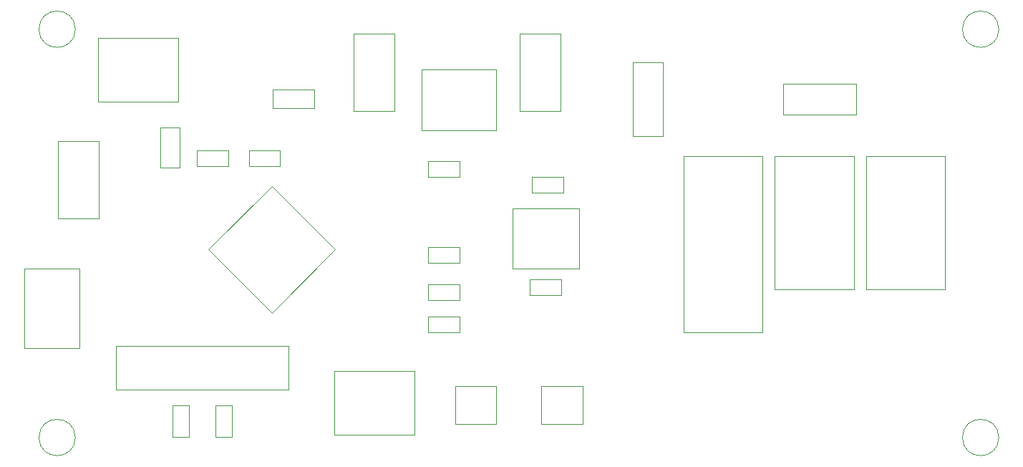
<source format=gbr>
%TF.GenerationSoftware,KiCad,Pcbnew,5.1.5-1.fc31*%
%TF.CreationDate,2020-04-02T16:35:23+02:00*%
%TF.ProjectId,avrisp-mkII-clone,61767269-7370-42d6-9d6b-49492d636c6f,1.0*%
%TF.SameCoordinates,PX54c81a0PY82ce540*%
%TF.FileFunction,Other,User*%
%FSLAX46Y46*%
G04 Gerber Fmt 4.6, Leading zero omitted, Abs format (unit mm)*
G04 Created by KiCad (PCBNEW 5.1.5-1.fc31) date 2020-04-02 16:35:23*
%MOMM*%
%LPD*%
G04 APERTURE LIST*
%ADD10C,0.050000*%
G04 APERTURE END LIST*
D10*
%TO.C,M4*%
X4690000Y2540000D02*
G75*
G03X4690000Y2540000I-2150000J0D01*
G01*
%TO.C,M3*%
X113910000Y2540000D02*
G75*
G03X113910000Y2540000I-2150000J0D01*
G01*
%TO.C,M2*%
X113910000Y50800000D02*
G75*
G03X113910000Y50800000I-2150000J0D01*
G01*
%TO.C,M1*%
X4690000Y50800000D02*
G75*
G03X4690000Y50800000I-2150000J0D01*
G01*
%TO.C,SW1*%
X16640000Y42260000D02*
X16890000Y42260000D01*
X16890000Y42260000D02*
X16890000Y42510000D01*
X16640000Y49760000D02*
X16890000Y49760000D01*
X16890000Y49760000D02*
X16890000Y49510000D01*
X7390000Y49510000D02*
X7390000Y49760000D01*
X7390000Y49760000D02*
X7640000Y49760000D01*
X7390000Y42510000D02*
X7390000Y42260000D01*
X7390000Y42260000D02*
X7640000Y42260000D01*
X7640000Y49760000D02*
X16640000Y49760000D01*
X7390000Y42510000D02*
X7390000Y49510000D01*
X16640000Y42260000D02*
X7640000Y42260000D01*
X16890000Y49510000D02*
X16890000Y42510000D01*
%TO.C,D1*%
X14725000Y34480000D02*
X14725000Y39180000D01*
X14725000Y39180000D02*
X17025000Y39180000D01*
X17025000Y39180000D02*
X17025000Y34480000D01*
X14725000Y34480000D02*
X17025000Y34480000D01*
%TO.C,C9*%
X42405000Y50300000D02*
X42405000Y41140000D01*
X37605000Y50300000D02*
X42405000Y50300000D01*
X37605000Y41140000D02*
X37605000Y50300000D01*
X42405000Y41140000D02*
X37605000Y41140000D01*
%TO.C,C8*%
X62090000Y50300000D02*
X62090000Y41140000D01*
X57290000Y50300000D02*
X62090000Y50300000D01*
X57290000Y41140000D02*
X57290000Y50300000D01*
X62090000Y41140000D02*
X57290000Y41140000D01*
%TO.C,C6*%
X2680000Y28440000D02*
X2680000Y37600000D01*
X7480000Y28440000D02*
X2680000Y28440000D01*
X7480000Y37600000D02*
X7480000Y28440000D01*
X2680000Y37600000D02*
X7480000Y37600000D01*
%TO.C,J3*%
X98190000Y35830000D02*
X107550000Y35830000D01*
X98190000Y20050000D02*
X98190000Y35830000D01*
X107550000Y20050000D02*
X98190000Y20050000D01*
X107550000Y35830000D02*
X107550000Y20050000D01*
%TO.C,J2*%
X87395000Y35830000D02*
X96755000Y35830000D01*
X87395000Y20050000D02*
X87395000Y35830000D01*
X96755000Y20050000D02*
X87395000Y20050000D01*
X96755000Y35830000D02*
X96755000Y20050000D01*
%TO.C,C2*%
X16195000Y6295000D02*
X18095000Y6295000D01*
X18095000Y6295000D02*
X18095000Y2595000D01*
X18095000Y2595000D02*
X16195000Y2595000D01*
X16195000Y2595000D02*
X16195000Y6295000D01*
%TO.C,C3*%
X21275000Y6295000D02*
X23175000Y6295000D01*
X23175000Y6295000D02*
X23175000Y2595000D01*
X23175000Y2595000D02*
X21275000Y2595000D01*
X21275000Y2595000D02*
X21275000Y6295000D01*
%TO.C,C4*%
X19105000Y36510000D02*
X22805000Y36510000D01*
X19105000Y34610000D02*
X19105000Y36510000D01*
X22805000Y34610000D02*
X19105000Y34610000D01*
X22805000Y36510000D02*
X22805000Y34610000D01*
%TO.C,C5*%
X28910000Y36510000D02*
X28910000Y34610000D01*
X28910000Y34610000D02*
X25210000Y34610000D01*
X25210000Y34610000D02*
X25210000Y36510000D01*
X25210000Y36510000D02*
X28910000Y36510000D01*
%TO.C,C7*%
X58475000Y21270000D02*
X62175000Y21270000D01*
X58475000Y19370000D02*
X58475000Y21270000D01*
X62175000Y19370000D02*
X58475000Y19370000D01*
X62175000Y21270000D02*
X62175000Y19370000D01*
%TO.C,C10*%
X58720000Y31435000D02*
X58720000Y33335000D01*
X58720000Y33335000D02*
X62420000Y33335000D01*
X62420000Y33335000D02*
X62420000Y31435000D01*
X62420000Y31435000D02*
X58720000Y31435000D01*
%TO.C,D2*%
X59810000Y8600000D02*
X59810000Y4100000D01*
X59810000Y4100000D02*
X64660000Y4100000D01*
X64660000Y4100000D02*
X64660000Y8600000D01*
X64660000Y8600000D02*
X59810000Y8600000D01*
%TO.C,D3*%
X49640000Y4100000D02*
X54490000Y4100000D01*
X49640000Y8600000D02*
X49640000Y4100000D01*
X54490000Y8600000D02*
X49640000Y8600000D01*
X54490000Y4100000D02*
X54490000Y8600000D01*
%TO.C,FB1*%
X32930000Y43665000D02*
X32930000Y41425000D01*
X32930000Y41425000D02*
X28030000Y41425000D01*
X28030000Y41425000D02*
X28030000Y43665000D01*
X28030000Y43665000D02*
X32930000Y43665000D01*
%TO.C,J1*%
X-1310000Y13080000D02*
X-1310000Y22480000D01*
X5190000Y13080000D02*
X-1310000Y13080000D01*
X5190000Y22480000D02*
X5190000Y13080000D01*
X-1310000Y22480000D02*
X5190000Y22480000D01*
%TO.C,JP1*%
X74190000Y38205000D02*
X74190000Y46855000D01*
X74190000Y46855000D02*
X70590000Y46855000D01*
X70590000Y46855000D02*
X70590000Y38205000D01*
X70590000Y38205000D02*
X74190000Y38205000D01*
%TO.C,JP2*%
X88370000Y44345000D02*
X88370000Y40745000D01*
X97020000Y44345000D02*
X88370000Y44345000D01*
X97020000Y40745000D02*
X97020000Y44345000D01*
X88370000Y40745000D02*
X97020000Y40745000D01*
%TO.C,R2*%
X46410000Y23180000D02*
X46410000Y25080000D01*
X46410000Y25080000D02*
X50110000Y25080000D01*
X50110000Y25080000D02*
X50110000Y23180000D01*
X50110000Y23180000D02*
X46410000Y23180000D01*
%TO.C,R5*%
X46410000Y33340000D02*
X46410000Y35240000D01*
X46410000Y35240000D02*
X50110000Y35240000D01*
X50110000Y35240000D02*
X50110000Y33340000D01*
X50110000Y33340000D02*
X46410000Y33340000D01*
%TO.C,R6*%
X46410000Y16825000D02*
X50110000Y16825000D01*
X46410000Y14925000D02*
X46410000Y16825000D01*
X50110000Y14925000D02*
X46410000Y14925000D01*
X50110000Y16825000D02*
X50110000Y14925000D01*
%TO.C,R7*%
X46410000Y20635000D02*
X50110000Y20635000D01*
X46410000Y18735000D02*
X46410000Y20635000D01*
X50110000Y18735000D02*
X46410000Y18735000D01*
X50110000Y20635000D02*
X50110000Y18735000D01*
%TO.C,SW2*%
X44830000Y10140000D02*
X44830000Y3140000D01*
X44580000Y2890000D02*
X35580000Y2890000D01*
X35330000Y3140000D02*
X35330000Y10140000D01*
X35580000Y10390000D02*
X44580000Y10390000D01*
X35330000Y2890000D02*
X35580000Y2890000D01*
X35330000Y3140000D02*
X35330000Y2890000D01*
X35330000Y10390000D02*
X35580000Y10390000D01*
X35330000Y10140000D02*
X35330000Y10390000D01*
X44830000Y10390000D02*
X44830000Y10140000D01*
X44580000Y10390000D02*
X44830000Y10390000D01*
X44830000Y2890000D02*
X44830000Y3140000D01*
X44580000Y2890000D02*
X44830000Y2890000D01*
%TO.C,U1*%
X20444668Y24765000D02*
X27940000Y17269668D01*
X27940000Y32260332D02*
X35435332Y24765000D01*
X20444668Y24765000D02*
X27940000Y32260332D01*
X27940000Y17269668D02*
X35435332Y24765000D01*
%TO.C,U2*%
X54438000Y46018000D02*
X45638000Y46018000D01*
X54438000Y38818000D02*
X54438000Y46018000D01*
X45638000Y38818000D02*
X54438000Y38818000D01*
X45638000Y46018000D02*
X45638000Y38818000D01*
%TO.C,U3*%
X64275000Y22485000D02*
X64275000Y29585000D01*
X56375000Y22485000D02*
X56375000Y29585000D01*
X64275000Y22485000D02*
X56375000Y22485000D01*
X64275000Y29585000D02*
X56375000Y29585000D01*
%TO.C,U4*%
X85960000Y35830000D02*
X85960000Y14970000D01*
X85960000Y14970000D02*
X76600000Y14970000D01*
X76600000Y14970000D02*
X76600000Y35830000D01*
X76600000Y35830000D02*
X85960000Y35830000D01*
%TO.C,Y1*%
X9485000Y13395000D02*
X9485000Y8195000D01*
X9485000Y8195000D02*
X29885000Y8195000D01*
X29885000Y8195000D02*
X29885000Y13395000D01*
X29885000Y13395000D02*
X9485000Y13395000D01*
%TD*%
M02*

</source>
